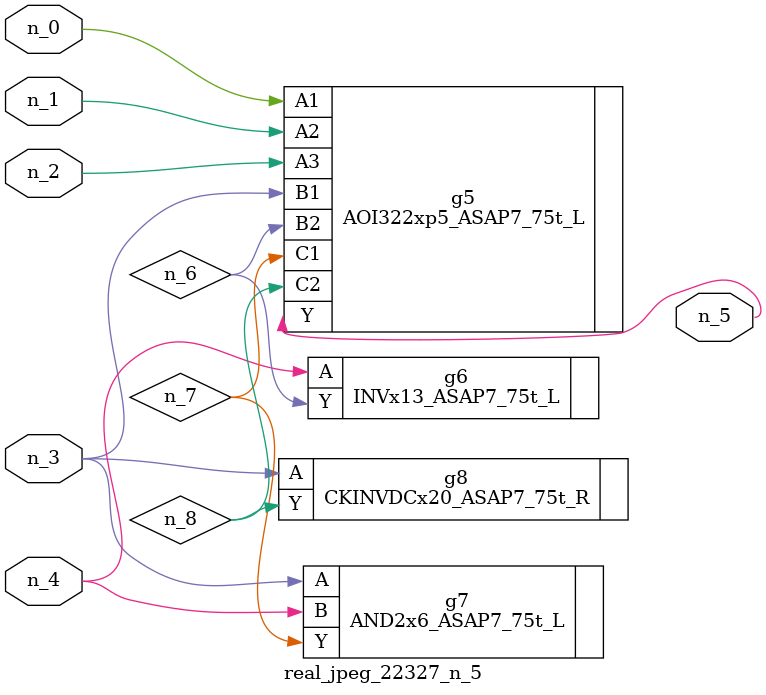
<source format=v>
module real_jpeg_22327_n_5 (n_4, n_0, n_1, n_2, n_3, n_5);

input n_4;
input n_0;
input n_1;
input n_2;
input n_3;

output n_5;

wire n_8;
wire n_6;
wire n_7;

AOI322xp5_ASAP7_75t_L g5 ( 
.A1(n_0),
.A2(n_1),
.A3(n_2),
.B1(n_3),
.B2(n_6),
.C1(n_7),
.C2(n_8),
.Y(n_5)
);

AND2x6_ASAP7_75t_L g7 ( 
.A(n_3),
.B(n_4),
.Y(n_7)
);

CKINVDCx20_ASAP7_75t_R g8 ( 
.A(n_3),
.Y(n_8)
);

INVx13_ASAP7_75t_L g6 ( 
.A(n_4),
.Y(n_6)
);


endmodule
</source>
